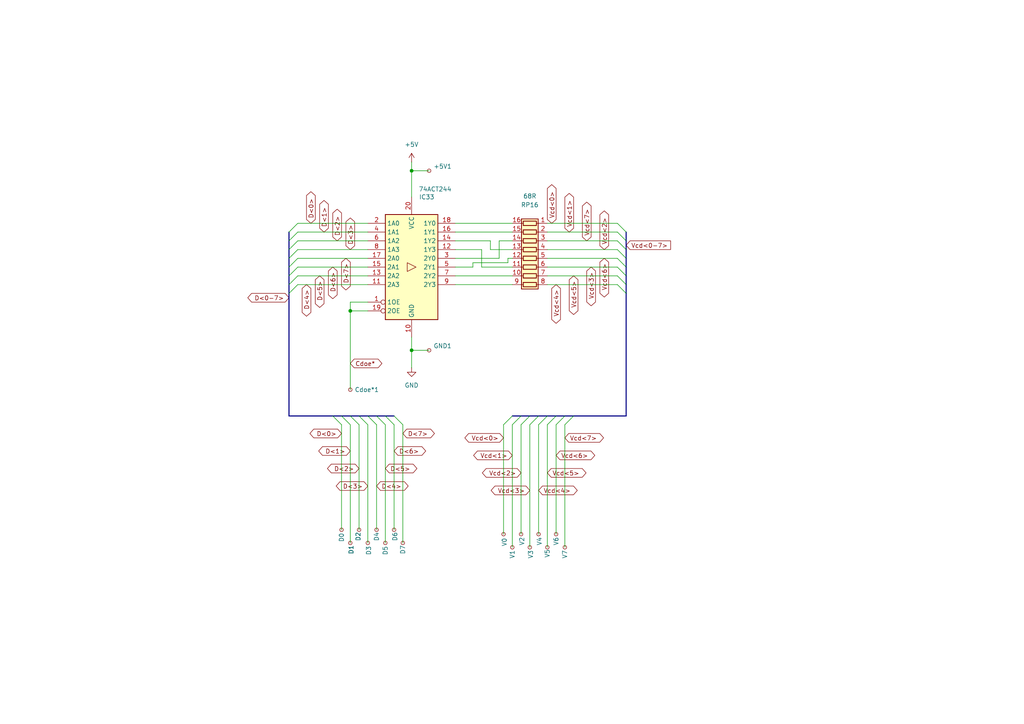
<source format=kicad_sch>
(kicad_sch (version 20250114) (generator "eeschema") (generator_version "9.0")
  (paper "A4")
  (lib_symbols
    (symbol "74xx:74AHC244"
      (property "Reference" "U" (at -7.62 16.51 0))
      (property "Value" "74AHC244" (at -7.62 -16.51 0))
      (symbol "74AHC244_1_0"
        (polyline (pts (xy 1.27 0) (xy -1.27 1.27) (xy -1.27 -1.27) (xy 1.27 0)) (stroke (width 0.1524)))
        (pin input line (at -12.7 12.7 0) (length 5.08) (name "1A0") (number "2"))
        (pin input line (at -12.7 10.16 0) (length 5.08) (name "1A1") (number "4"))
        (pin input line (at -12.7 7.62 0) (length 5.08) (name "1A2") (number "6"))
        (pin input line (at -12.7 5.08 0) (length 5.08) (name "1A3") (number "8"))
        (pin input line (at -12.7 2.54 0) (length 5.08) (name "2A0") (number "17"))
        (pin input line (at -12.7 0 0) (length 5.08) (name "2A1") (number "15"))
        (pin input line (at -12.7 -2.54 0) (length 5.08) (name "2A2") (number "13"))
        (pin input line (at -12.7 -5.08 0) (length 5.08) (name "2A3") (number "11"))
        (pin input inverted (at -12.7 -10.16 0) (length 5.08) (name "1OE") (number "1"))
        (pin input inverted (at -12.7 -12.7 0) (length 5.08) (name "2OE") (number "19"))
        (pin power_in line (at 0 20.32 270) (length 5.08) (name "VCC") (number "20"))
        (pin power_in line (at 0 -20.32 90) (length 5.08) (name "GND") (number "10"))
        (pin tri_state line (at 12.7 12.7 180) (length 5.08) (name "1Y0") (number "18"))
        (pin tri_state line (at 12.7 10.16 180) (length 5.08) (name "1Y1") (number "16"))
        (pin tri_state line (at 12.7 7.62 180) (length 5.08) (name "1Y2") (number "14"))
        (pin tri_state line (at 12.7 5.08 180) (length 5.08) (name "1Y3") (number "12"))
        (pin tri_state line (at 12.7 2.54 180) (length 5.08) (name "2Y0") (number "3"))
        (pin tri_state line (at 12.7 0 180) (length 5.08) (name "2Y1") (number "5"))
        (pin tri_state line (at 12.7 -2.54 180) (length 5.08) (name "2Y2") (number "7"))
        (pin tri_state line (at 12.7 -5.08 180) (length 5.08) (name "2Y3") (number "9"))
      )
      (symbol "74AHC244_1_1"
        (rectangle (start -7.62 15.24) (end 7.62 -15.24) (stroke (width 0.254)) (fill (type background)))
      )
    )
    (symbol "Connector:TestPoint_Small" (pin_numbers (hide yes)) (pin_names (offset 0.762) (hide yes))
      (property "Reference" "TP" (at 0 3.81 0))
      (property "Value" "TestPoint_Small" (at 0 2.032 0))
      (symbol "TestPoint_Small_0_1"
        (circle (center 0 0) (radius 0.508))
      )
      (symbol "TestPoint_Small_1_1"
        (pin passive line (at 0 0 90) (length 0) (name "1") (number "1"))
      )
    )
    (symbol "Device:R_Pack08" (pin_names (offset 0) (hide yes))
      (property "Reference" "RN" (at -12.7 0 90))
      (property "Value" "R_Pack08" (at 10.16 0 90))
      (symbol "R_Pack08_0_1"
        (rectangle (start -11.43 -2.413) (end 8.89 2.413) (stroke (width 0.254)) (fill (type background)))
        (rectangle (start -10.795 1.905) (end -9.525 -1.905) (stroke (width 0.254)))
        (polyline (pts (xy -10.16 1.905) (xy -10.16 2.54)))
        (polyline (pts (xy -10.16 -2.54) (xy -10.16 -1.905)))
        (rectangle (start -8.255 1.905) (end -6.985 -1.905) (stroke (width 0.254)))
        (polyline (pts (xy -7.62 1.905) (xy -7.62 2.54)))
        (polyline (pts (xy -7.62 -2.54) (xy -7.62 -1.905)))
        (rectangle (start -5.715 1.905) (end -4.445 -1.905) (stroke (width 0.254)))
        (polyline (pts (xy -5.08 1.905) (xy -5.08 2.54)))
        (polyline (pts (xy -5.08 -2.54) (xy -5.08 -1.905)))
        (rectangle (start -3.175 1.905) (end -1.905 -1.905) (stroke (width 0.254)))
        (polyline (pts (xy -2.54 1.905) (xy -2.54 2.54)))
        (polyline (pts (xy -2.54 -2.54) (xy -2.54 -1.905)))
        (rectangle (start -0.635 1.905) (end 0.635 -1.905) (stroke (width 0.254)))
        (polyline (pts (xy 0 1.905) (xy 0 2.54)))
        (polyline (pts (xy 0 -2.54) (xy 0 -1.905)))
        (rectangle (start 1.905 1.905) (end 3.175 -1.905) (stroke (width 0.254)))
        (polyline (pts (xy 2.54 1.905) (xy 2.54 2.54)))
        (polyline (pts (xy 2.54 -2.54) (xy 2.54 -1.905)))
        (rectangle (start 4.445 1.905) (end 5.715 -1.905) (stroke (width 0.254)))
        (polyline (pts (xy 5.08 1.905) (xy 5.08 2.54)))
        (polyline (pts (xy 5.08 -2.54) (xy 5.08 -1.905)))
        (rectangle (start 6.985 1.905) (end 8.255 -1.905) (stroke (width 0.254)))
        (polyline (pts (xy 7.62 1.905) (xy 7.62 2.54)))
        (polyline (pts (xy 7.62 -2.54) (xy 7.62 -1.905)))
      )
      (symbol "R_Pack08_1_1"
        (pin passive line (at -10.16 5.08 270) (length 2.54) (name "R1.2") (number "16"))
        (pin passive line (at -10.16 -5.08 90) (length 2.54) (name "R1.1") (number "1"))
        (pin passive line (at -7.62 5.08 270) (length 2.54) (name "R2.2") (number "15"))
        (pin passive line (at -7.62 -5.08 90) (length 2.54) (name "R2.1") (number "2"))
        (pin passive line (at -5.08 5.08 270) (length 2.54) (name "R3.2") (number "14"))
        (pin passive line (at -5.08 -5.08 90) (length 2.54) (name "R3.1") (number "3"))
        (pin passive line (at -2.54 5.08 270) (length 2.54) (name "R4.2") (number "13"))
        (pin passive line (at -2.54 -5.08 90) (length 2.54) (name "R4.1") (number "4"))
        (pin passive line (at 0 5.08 270) (length 2.54) (name "R5.2") (number "12"))
        (pin passive line (at 0 -5.08 90) (length 2.54) (name "R5.1") (number "5"))
        (pin passive line (at 2.54 5.08 270) (length 2.54) (name "R6.2") (number "11"))
        (pin passive line (at 2.54 -5.08 90) (length 2.54) (name "R6.1") (number "6"))
        (pin passive line (at 5.08 5.08 270) (length 2.54) (name "R7.2") (number "10"))
        (pin passive line (at 5.08 -5.08 90) (length 2.54) (name "R7.1") (number "7"))
        (pin passive line (at 7.62 5.08 270) (length 2.54) (name "R8.2") (number "9"))
        (pin passive line (at 7.62 -5.08 90) (length 2.54) (name "R8.1") (number "8"))
      )
    )
    (symbol "power:+5V" (power) (pin_numbers (hide yes)) (pin_names (offset 0) (hide yes))
      (property "Value" "+5V" (at 0 3.556 0))
      (symbol "+5V_0_1"
        (polyline (pts (xy -0.762 1.27) (xy 0 2.54)))
        (polyline (pts (xy 0 2.54) (xy 0.762 1.27)))
        (polyline (pts (xy 0 0) (xy 0 2.54)))
      )
      (symbol "+5V_1_1"
        (pin power_in line (at 0 0 90) (length 0) (name "~") (number "1"))
      )
    )
    (symbol "power:GND" (power) (pin_numbers (hide yes)) (pin_names (offset 0) (hide yes))
      (property "Value" "GND" (at 0 -3.81 0))
      (symbol "GND_0_1"
        (polyline (pts (xy 0 0) (xy 0 -1.27) (xy 1.27 -1.27) (xy 0 -2.54) (xy -1.27 -1.27) (xy 0 -1.27)))
      )
      (symbol "GND_1_1"
        (pin power_in line (at 0 0 270) (length 0) (name "~") (number "1"))
      )
    )
  )
  (junction (at 119.38 101.6))
  (junction (at 119.38 49.53))
  (junction (at 101.6 90.17))
  (bus_entry (at 179.07 74.93) (size 2.54 2.54))
  (bus_entry (at 163.83 120.65) (size -2.54 2.54))
  (bus_entry (at 179.07 77.47) (size 2.54 2.54))
  (bus_entry (at 114.3 120.65) (size 2.54 2.54))
  (bus_entry (at 179.07 67.31) (size 2.54 2.54))
  (bus_entry (at 166.37 120.65) (size -2.54 2.54))
  (bus_entry (at 83.82 69.85) (size 2.54 -2.54))
  (bus_entry (at 83.82 72.39) (size 2.54 -2.54))
  (bus_entry (at 104.14 120.65) (size 2.54 2.54))
  (bus_entry (at 96.52 120.65) (size 2.54 2.54))
  (bus_entry (at 111.76 120.65) (size 2.54 2.54))
  (bus_entry (at 83.82 82.55) (size 2.54 -2.54))
  (bus_entry (at 148.59 120.65) (size -2.54 2.54))
  (bus_entry (at 151.13 120.65) (size -2.54 2.54))
  (bus_entry (at 161.29 120.65) (size -2.54 2.54))
  (bus_entry (at 179.07 82.55) (size 2.54 2.54))
  (bus_entry (at 101.6 120.65) (size 2.54 2.54))
  (bus_entry (at 99.06 120.65) (size 2.54 2.54))
  (bus_entry (at 179.07 72.39) (size 2.54 2.54))
  (bus_entry (at 83.82 85.09) (size 2.54 -2.54))
  (bus_entry (at 158.75 120.65) (size -2.54 2.54))
  (bus_entry (at 83.82 77.47) (size 2.54 -2.54))
  (bus_entry (at 179.07 80.01) (size 2.54 2.54))
  (bus_entry (at 156.21 120.65) (size -2.54 2.54))
  (bus_entry (at 153.67 120.65) (size -2.54 2.54))
  (bus_entry (at 83.82 67.31) (size 2.54 -2.54))
  (bus_entry (at 83.82 74.93) (size 2.54 -2.54))
  (bus_entry (at 179.07 64.77) (size 2.54 2.54))
  (bus_entry (at 83.82 80.01) (size 2.54 -2.54))
  (bus_entry (at 179.07 69.85) (size 2.54 2.54))
  (bus_entry (at 106.68 120.65) (size 2.54 2.54))
  (bus_entry (at 109.22 120.65) (size 2.54 2.54))
  (bus (pts (xy 83.82 69.85) (xy 83.82 72.39)))
  (wire (pts (xy 158.75 64.77) (xy 179.07 64.77)))
  (wire (pts (xy 119.38 46.99) (xy 119.38 49.53)))
  (bus (pts (xy 83.82 67.31) (xy 83.82 69.85)))
  (bus (pts (xy 181.61 77.47) (xy 181.61 80.01)))
  (bus (pts (xy 181.61 82.55) (xy 181.61 85.09)))
  (wire (pts (xy 158.75 72.39) (xy 179.07 72.39)))
  (wire (pts (xy 161.29 123.19) (xy 161.29 154.94)))
  (wire (pts (xy 147.32 74.93) (xy 148.59 74.93)))
  (wire (pts (xy 119.38 101.6) (xy 119.38 106.68)))
  (wire (pts (xy 137.16 77.47) (xy 137.16 76.2)))
  (wire (pts (xy 86.36 77.47) (xy 106.68 77.47)))
  (bus (pts (xy 83.82 120.65) (xy 96.52 120.65)))
  (wire (pts (xy 99.06 123.19) (xy 99.06 153.67)))
  (wire (pts (xy 144.78 74.93) (xy 144.78 69.85)))
  (wire (pts (xy 132.08 67.31) (xy 148.59 67.31)))
  (bus (pts (xy 83.82 74.93) (xy 83.82 77.47)))
  (wire (pts (xy 104.14 153.67) (xy 104.14 123.19)))
  (bus (pts (xy 104.14 120.65) (xy 106.68 120.65)))
  (bus (pts (xy 151.13 120.65) (xy 153.67 120.65)))
  (bus (pts (xy 163.83 120.65) (xy 166.37 120.65)))
  (wire (pts (xy 111.76 157.48) (xy 111.76 123.19)))
  (wire (pts (xy 86.36 67.31) (xy 106.68 67.31)))
  (wire (pts (xy 158.75 67.31) (xy 179.07 67.31)))
  (bus (pts (xy 83.82 85.09) (xy 83.82 120.65)))
  (bus (pts (xy 83.82 72.39) (xy 83.82 74.93)))
  (wire (pts (xy 132.08 64.77) (xy 148.59 64.77)))
  (bus (pts (xy 166.37 120.65) (xy 181.61 120.65)))
  (bus (pts (xy 153.67 120.65) (xy 156.21 120.65)))
  (wire (pts (xy 147.32 76.2) (xy 147.32 74.93)))
  (bus (pts (xy 83.82 80.01) (xy 83.82 82.55)))
  (wire (pts (xy 116.84 123.19) (xy 116.84 157.48)))
  (bus (pts (xy 161.29 120.65) (xy 163.83 120.65)))
  (bus (pts (xy 148.59 120.65) (xy 151.13 120.65)))
  (wire (pts (xy 163.83 123.19) (xy 163.83 158.75)))
  (bus (pts (xy 181.61 67.31) (xy 181.61 69.85)))
  (wire (pts (xy 101.6 123.19) (xy 101.6 157.48)))
  (wire (pts (xy 101.6 90.17) (xy 101.6 113.03)))
  (bus (pts (xy 109.22 120.65) (xy 111.76 120.65)))
  (bus (pts (xy 111.76 120.65) (xy 114.3 120.65)))
  (bus (pts (xy 99.06 120.65) (xy 101.6 120.65)))
  (wire (pts (xy 156.21 123.19) (xy 156.21 154.94)))
  (wire (pts (xy 139.7 72.39) (xy 139.7 77.47)))
  (bus (pts (xy 101.6 120.65) (xy 104.14 120.65)))
  (wire (pts (xy 101.6 87.63) (xy 101.6 90.17)))
  (bus (pts (xy 181.61 69.85) (xy 181.61 72.39)))
  (wire (pts (xy 158.75 77.47) (xy 179.07 77.47)))
  (wire (pts (xy 158.75 69.85) (xy 179.07 69.85)))
  (wire (pts (xy 86.36 64.77) (xy 106.68 64.77)))
  (bus (pts (xy 83.82 77.47) (xy 83.82 80.01)))
  (bus (pts (xy 181.61 80.01) (xy 181.61 82.55)))
  (wire (pts (xy 153.67 123.19) (xy 153.67 158.75)))
  (bus (pts (xy 96.52 120.65) (xy 99.06 120.65)))
  (wire (pts (xy 106.68 157.48) (xy 106.68 123.19)))
  (bus (pts (xy 106.68 120.65) (xy 109.22 120.65)))
  (wire (pts (xy 132.08 80.01) (xy 148.59 80.01)))
  (bus (pts (xy 158.75 120.65) (xy 161.29 120.65)))
  (wire (pts (xy 151.13 123.19) (xy 151.13 154.94)))
  (wire (pts (xy 158.75 123.19) (xy 158.75 158.75)))
  (wire (pts (xy 148.59 123.19) (xy 148.59 158.75)))
  (wire (pts (xy 86.36 80.01) (xy 106.68 80.01)))
  (bus (pts (xy 181.61 74.93) (xy 181.61 77.47)))
  (wire (pts (xy 106.68 87.63) (xy 101.6 87.63)))
  (wire (pts (xy 119.38 49.53) (xy 124.46 49.53)))
  (wire (pts (xy 158.75 74.93) (xy 179.07 74.93)))
  (wire (pts (xy 86.36 74.93) (xy 106.68 74.93)))
  (wire (pts (xy 137.16 76.2) (xy 147.32 76.2)))
  (wire (pts (xy 114.3 123.19) (xy 114.3 153.67)))
  (bus (pts (xy 181.61 85.09) (xy 181.61 120.65)))
  (wire (pts (xy 146.05 123.19) (xy 146.05 154.94)))
  (wire (pts (xy 86.36 72.39) (xy 106.68 72.39)))
  (wire (pts (xy 142.24 69.85) (xy 142.24 72.39)))
  (wire (pts (xy 119.38 97.79) (xy 119.38 101.6)))
  (wire (pts (xy 139.7 77.47) (xy 148.59 77.47)))
  (bus (pts (xy 181.61 72.39) (xy 181.61 74.93)))
  (wire (pts (xy 86.36 69.85) (xy 106.68 69.85)))
  (wire (pts (xy 119.38 101.6) (xy 124.46 101.6)))
  (wire (pts (xy 101.6 90.17) (xy 106.68 90.17)))
  (wire (pts (xy 119.38 49.53) (xy 119.38 57.15)))
  (wire (pts (xy 132.08 72.39) (xy 139.7 72.39)))
  (wire (pts (xy 158.75 80.01) (xy 179.07 80.01)))
  (wire (pts (xy 142.24 72.39) (xy 148.59 72.39)))
  (wire (pts (xy 144.78 69.85) (xy 148.59 69.85)))
  (wire (pts (xy 158.75 82.55) (xy 179.07 82.55)))
  (wire (pts (xy 132.08 77.47) (xy 137.16 77.47)))
  (wire (pts (xy 86.36 82.55) (xy 106.68 82.55)))
  (bus (pts (xy 83.82 82.55) (xy 83.82 85.09)))
  (bus (pts (xy 156.21 120.65) (xy 158.75 120.65)))
  (wire (pts (xy 132.08 69.85) (xy 142.24 69.85)))
  (wire (pts (xy 132.08 82.55) (xy 148.59 82.55)))
  (wire (pts (xy 109.22 153.67) (xy 109.22 123.19)))
  (wire (pts (xy 132.08 74.93) (xy 144.78 74.93)))
  (global_label "Vcd<2>" (shape tri_state) (at 175.26 72.39 90) (property "Intersheetrefs" "${INTERSHEET_REFS}" (effects (hide yes))))
  (global_label "D<5>" (shape tri_state) (at 92.71 80.01 270) (property "Intersheetrefs" "${INTERSHEET_REFS}" (effects (hide yes))))
  (global_label "D<4>" (shape tri_state) (at 109.22 140.97 0) (property "Intersheetrefs" "${INTERSHEET_REFS}" (effects (hide yes))))
  (global_label "Vcd<2>" (shape tri_state) (at 151.13 137.16 180) (property "Intersheetrefs" "${INTERSHEET_REFS}" (effects (hide yes))))
  (global_label "Vcd<3>" (shape tri_state) (at 171.45 77.47 270) (property "Intersheetrefs" "${INTERSHEET_REFS}" (effects (hide yes))))
  (global_label "Cdoe*" (shape tri_state) (at 101.6 105.41 0) (property "Intersheetrefs" "${INTERSHEET_REFS}" (effects (hide yes))))
  (global_label "D<2>" (shape tri_state) (at 97.79 69.85 90) (property "Intersheetrefs" "${INTERSHEET_REFS}" (effects (hide yes))))
  (global_label "Vcd<0>" (shape tri_state) (at 160.02 64.77 90) (property "Intersheetrefs" "${INTERSHEET_REFS}" (effects (hide yes))))
  (global_label "Vcd<0-7>" (shape input) (at 181.61 71.12 0) (property "Intersheetrefs" "${INTERSHEET_REFS}" (effects (hide yes))))
  (global_label "D<6>" (shape tri_state) (at 96.52 77.47 270) (property "Intersheetrefs" "${INTERSHEET_REFS}" (effects (hide yes))))
  (global_label "D<2>" (shape tri_state) (at 104.14 135.89 180) (property "Intersheetrefs" "${INTERSHEET_REFS}" (effects (hide yes))))
  (global_label "Vcd<7>" (shape tri_state) (at 170.18 69.85 90) (property "Intersheetrefs" "${INTERSHEET_REFS}" (effects (hide yes))))
  (global_label "Vcd<3>" (shape tri_state) (at 153.67 142.24 180) (property "Intersheetrefs" "${INTERSHEET_REFS}" (effects (hide yes))))
  (global_label "D<3>" (shape tri_state) (at 106.68 140.97 180) (property "Intersheetrefs" "${INTERSHEET_REFS}" (effects (hide yes))))
  (global_label "D<1>" (shape tri_state) (at 93.98 67.31 90) (property "Intersheetrefs" "${INTERSHEET_REFS}" (effects (hide yes))))
  (global_label "D<7>" (shape tri_state) (at 100.33 74.93 270) (property "Intersheetrefs" "${INTERSHEET_REFS}" (effects (hide yes))))
  (global_label "D<0>" (shape tri_state) (at 99.06 125.73 180) (property "Intersheetrefs" "${INTERSHEET_REFS}" (effects (hide yes))))
  (global_label "Vcd<1>" (shape tri_state) (at 148.59 132.08 180) (property "Intersheetrefs" "${INTERSHEET_REFS}" (effects (hide yes))))
  (global_label "Vcd<7>" (shape tri_state) (at 163.83 127 0) (property "Intersheetrefs" "${INTERSHEET_REFS}" (effects (hide yes))))
  (global_label "D<1>" (shape tri_state) (at 101.6 130.81 180) (property "Intersheetrefs" "${INTERSHEET_REFS}" (effects (hide yes))))
  (global_label "D<5>" (shape tri_state) (at 111.76 135.89 0) (property "Intersheetrefs" "${INTERSHEET_REFS}" (effects (hide yes))))
  (global_label "D<6>" (shape tri_state) (at 114.3 130.81 0) (property "Intersheetrefs" "${INTERSHEET_REFS}" (effects (hide yes))))
  (global_label "Vcd<4>" (shape tri_state) (at 156.21 142.24 0) (property "Intersheetrefs" "${INTERSHEET_REFS}" (effects (hide yes))))
  (global_label "D<0>" (shape tri_state) (at 90.17 64.77 90) (property "Intersheetrefs" "${INTERSHEET_REFS}" (effects (hide yes))))
  (global_label "Vcd<5>" (shape tri_state) (at 158.75 137.16 0) (property "Intersheetrefs" "${INTERSHEET_REFS}" (effects (hide yes))))
  (global_label "D<7>" (shape tri_state) (at 116.84 125.73 0) (property "Intersheetrefs" "${INTERSHEET_REFS}" (effects (hide yes))))
  (global_label "Vcd<4>" (shape tri_state) (at 161.29 82.55 270) (property "Intersheetrefs" "${INTERSHEET_REFS}" (effects (hide yes))))
  (global_label "D<3>" (shape tri_state) (at 101.6 72.39 90) (property "Intersheetrefs" "${INTERSHEET_REFS}" (effects (hide yes))))
  (global_label "Vcd<0>" (shape tri_state) (at 146.05 127 180) (property "Intersheetrefs" "${INTERSHEET_REFS}" (effects (hide yes))))
  (global_label "Vcd<5>" (shape tri_state) (at 166.37 80.01 270) (property "Intersheetrefs" "${INTERSHEET_REFS}" (effects (hide yes))))
  (global_label "Vcd<1>" (shape tri_state) (at 165.1 67.31 90) (property "Intersheetrefs" "${INTERSHEET_REFS}" (effects (hide yes))))
  (global_label "D<0-7>" (shape tri_state) (at 83.82 86.36 180) (property "Intersheetrefs" "${INTERSHEET_REFS}" (effects (hide yes))))
  (global_label "Vcd<6>" (shape tri_state) (at 175.26 74.93 270) (property "Intersheetrefs" "${INTERSHEET_REFS}" (effects (hide yes))))
  (global_label "D<4>" (shape tri_state) (at 88.9 82.55 270) (property "Intersheetrefs" "${INTERSHEET_REFS}" (effects (hide yes))))
  (global_label "Vcd<6>" (shape tri_state) (at 161.29 132.08 0) (property "Intersheetrefs" "${INTERSHEET_REFS}" (effects (hide yes))))
  (symbol (lib_id "Connector:TestPoint_Small") (at 151.13 154.94 0) (unit 1)
    (property "Reference" "V2" (at 151.384 158.242 90) (effects (justify left)))
    (property "Value" "TestPoint_Small" (effects (hide yes)))
    (property "Footprint" "TestPoint:TestPoint_THTPad_1.0x1.0mm_Drill0.5mm" (effects (hide yes)))
    (property "Description" "test point" (effects (hide yes)))
  )
  (symbol (lib_id "Connector:TestPoint_Small") (at 101.6 157.48 0) (unit 1)
    (property "Reference" "D1" (at 101.854 160.782 90) (effects (justify left)))
    (property "Value" "TestPoint_Small" (effects (hide yes)))
    (property "Footprint" "TestPoint:TestPoint_THTPad_1.0x1.0mm_Drill0.5mm" (effects (hide yes)))
    (property "Description" "test point" (effects (hide yes)))
  )
  (symbol (lib_id "Connector:TestPoint_Small") (at 156.21 154.94 0) (unit 1)
    (property "Reference" "V4" (at 156.464 158.242 90) (effects (justify left)))
    (property "Value" "TestPoint_Small" (effects (hide yes)))
    (property "Footprint" "TestPoint:TestPoint_THTPad_1.0x1.0mm_Drill0.5mm" (effects (hide yes)))
    (property "Description" "test point" (effects (hide yes)))
  )
  (symbol (lib_id "Connector:TestPoint_Small") (at 116.84 157.48 0) (unit 1)
    (property "Reference" "D7" (at 116.84 160.782 90) (effects (justify left)))
    (property "Value" "TestPoint_Small" (effects (hide yes)))
    (property "Footprint" "TestPoint:TestPoint_THTPad_1.0x1.0mm_Drill0.5mm" (effects (hide yes)))
    (property "Description" "test point" (effects (hide yes)))
  )
  (symbol (lib_id "Connector:TestPoint_Small") (at 153.67 158.75 0) (unit 1)
    (property "Reference" "V3" (at 153.924 162.052 90) (effects (justify left)))
    (property "Value" "TestPoint_Small" (effects (hide yes)))
    (property "Footprint" "TestPoint:TestPoint_THTPad_1.0x1.0mm_Drill0.5mm" (effects (hide yes)))
    (property "Description" "test point" (effects (hide yes)))
  )
  (symbol (lib_id "Connector:TestPoint_Small") (at 101.6 113.03 0) (unit 1)
    (property "Reference" "Cdoe*1" (at 102.87 113.0299 0) (effects (justify left)))
    (property "Value" "TestPoint_Small" (effects (hide yes)))
    (property "Footprint" "TestPoint:TestPoint_THTPad_1.0x1.0mm_Drill0.5mm" (effects (hide yes)))
    (property "Description" "test point" (effects (hide yes)))
  )
  (symbol (lib_id "power:+5V") (at 119.38 46.99 0) (unit 1)
    (property "Reference" "#PWR02" (effects (hide yes)))
    (property "Value" "+5V" (at 119.38 41.91 0))
    (property "Description" "Power symbol creates a global label with name \"+5V\"" (effects (hide yes)))
  )
  (symbol (lib_id "74xx:74AHC244") (at 119.38 77.47 0) (unit 1)
    (property "Reference" "IC33" (at 121.5233 57.15 0) (effects (justify left)))
    (property "Value" "74ACT244" (at 121.412 54.864 0) (effects (justify left)))
    (property "Footprint" "Package_SO:SOIC-20W_7.5x12.8mm_P1.27mm" (effects (hide yes)))
    (property "Datasheet" "https://assets.nexperia.com/documents/data-sheet/74AHC_AHCT244.pdf" (effects (hide yes)))
    (property "Description" "8-bit Buffer/Line Driver 3-state" (effects (hide yes)))
  )
  (symbol (lib_id "Connector:TestPoint_Small") (at 148.59 158.75 0) (unit 1)
    (property "Reference" "V1" (at 148.59 162.052 90) (effects (justify left)))
    (property "Value" "TestPoint_Small" (effects (hide yes)))
    (property "Footprint" "TestPoint:TestPoint_THTPad_1.0x1.0mm_Drill0.5mm" (effects (hide yes)))
    (property "Description" "test point" (effects (hide yes)))
  )
  (symbol (lib_id "Connector:TestPoint_Small") (at 124.46 101.6 0) (unit 1)
    (property "Reference" "GND1" (at 125.73 100.3299 0) (effects (justify left)))
    (property "Value" "TestPoint_Small" (effects (hide yes)))
    (property "Footprint" "TestPoint:TestPoint_THTPad_1.0x1.0mm_Drill0.5mm" (effects (hide yes)))
    (property "Description" "test point" (effects (hide yes)))
  )
  (symbol (lib_id "Connector:TestPoint_Small") (at 146.05 154.94 0) (unit 1)
    (property "Reference" "V0" (at 146.304 158.496 90) (effects (justify left)))
    (property "Value" "TestPoint_Small" (effects (hide yes)))
    (property "Footprint" "TestPoint:TestPoint_THTPad_1.0x1.0mm_Drill0.5mm" (effects (hide yes)))
    (property "Description" "test point" (effects (hide yes)))
  )
  (symbol (lib_id "Connector:TestPoint_Small") (at 124.46 49.53 0) (unit 1)
    (property "Reference" "+5V1" (at 125.73 48.2599 0) (effects (justify left)))
    (property "Value" "TestPoint_Small" (effects (hide yes)))
    (property "Footprint" "TestPoint:TestPoint_THTPad_1.0x1.0mm_Drill0.5mm" (effects (hide yes)))
    (property "Description" "test point" (effects (hide yes)))
  )
  (symbol (lib_id "Connector:TestPoint_Small") (at 158.75 158.75 0) (unit 1)
    (property "Reference" "V5" (at 158.75 161.798 90) (effects (justify left)))
    (property "Value" "TestPoint_Small" (effects (hide yes)))
    (property "Footprint" "TestPoint:TestPoint_THTPad_1.0x1.0mm_Drill0.5mm" (effects (hide yes)))
    (property "Description" "test point" (effects (hide yes)))
  )
  (symbol (lib_id "Connector:TestPoint_Small") (at 99.06 153.67 0) (unit 1)
    (property "Reference" "D0" (at 99.06 157.226 90) (effects (justify left)))
    (property "Value" "TestPoint_Small" (effects (hide yes)))
    (property "Footprint" "TestPoint:TestPoint_THTPad_1.0x1.0mm_Drill0.5mm" (effects (hide yes)))
    (property "Description" "test point" (effects (hide yes)))
  )
  (symbol (lib_id "Connector:TestPoint_Small") (at 104.14 153.67 0) (unit 1)
    (property "Reference" "D2" (at 103.886 156.972 90) (effects (justify left)))
    (property "Value" "TestPoint_Small" (effects (hide yes)))
    (property "Footprint" "TestPoint:TestPoint_THTPad_1.0x1.0mm_Drill0.5mm" (effects (hide yes)))
    (property "Description" "test point" (effects (hide yes)))
  )
  (symbol (lib_id "Connector:TestPoint_Small") (at 163.83 158.75 0) (unit 1)
    (property "Reference" "V7" (at 163.83 162.052 90) (effects (justify left)))
    (property "Value" "TestPoint_Small" (effects (hide yes)))
    (property "Footprint" "TestPoint:TestPoint_THTPad_1.0x1.0mm_Drill0.5mm" (effects (hide yes)))
    (property "Description" "test point" (effects (hide yes)))
  )
  (symbol (lib_id "Connector:TestPoint_Small") (at 111.76 157.48 0) (unit 1)
    (property "Reference" "D5" (at 111.76 161.036 90) (effects (justify left)))
    (property "Value" "TestPoint_Small" (effects (hide yes)))
    (property "Footprint" "TestPoint:TestPoint_THTPad_1.0x1.0mm_Drill0.5mm" (effects (hide yes)))
    (property "Description" "test point" (effects (hide yes)))
  )
  (symbol (lib_id "Connector:TestPoint_Small") (at 109.22 153.67 0) (unit 1)
    (property "Reference" "D4" (at 109.22 156.972 90) (effects (justify left)))
    (property "Value" "TestPoint_Small" (effects (hide yes)))
    (property "Footprint" "TestPoint:TestPoint_THTPad_1.0x1.0mm_Drill0.5mm" (effects (hide yes)))
    (property "Description" "test point" (effects (hide yes)))
  )
  (symbol (lib_id "Connector:TestPoint_Small") (at 114.3 153.67 0) (unit 1)
    (property "Reference" "D6" (at 114.554 156.972 90) (effects (justify left)))
    (property "Value" "TestPoint_Small" (effects (hide yes)))
    (property "Footprint" "TestPoint:TestPoint_THTPad_1.0x1.0mm_Drill0.5mm" (effects (hide yes)))
    (property "Description" "test point" (effects (hide yes)))
  )
  (symbol (lib_id "Connector:TestPoint_Small") (at 161.29 154.94 0) (unit 1)
    (property "Reference" "V6" (at 161.29 158.242 90) (effects (justify left)))
    (property "Value" "TestPoint_Small" (effects (hide yes)))
    (property "Footprint" "TestPoint:TestPoint_THTPad_1.0x1.0mm_Drill0.5mm" (effects (hide yes)))
    (property "Description" "test point" (effects (hide yes)))
  )
  (symbol (lib_id "power:GND") (at 119.38 106.68 0) (unit 1)
    (property "Reference" "#PWR01" (effects (hide yes)))
    (property "Value" "GND" (at 119.38 111.76 0))
    (property "Description" "Power symbol creates a global label with name \"GND\" , ground" (effects (hide yes)))
  )
  (symbol (lib_id "Connector:TestPoint_Small") (at 106.68 157.48 0) (unit 1)
    (property "Reference" "D3" (at 106.934 161.036 90) (effects (justify left)))
    (property "Value" "TestPoint_Small" (effects (hide yes)))
    (property "Footprint" "TestPoint:TestPoint_THTPad_1.0x1.0mm_Drill0.5mm" (effects (hide yes)))
    (property "Description" "test point" (effects (hide yes)))
  )
  (symbol (lib_id "Device:R_Pack08") (at 153.67 74.93 90) (mirror x) (unit 1)
    (property "Reference" "RP16" (at 153.67 59.436 90))
    (property "Value" "68R" (at 153.67 56.896 90))
    (property "Footprint" "Package_SO:SOIC-16_4.55x10.3mm_P1.27mm" (effects (hide yes)))
    (property "Description" "8 resistor network, parallel topology" (effects (hide yes)))
  )
)
</source>
